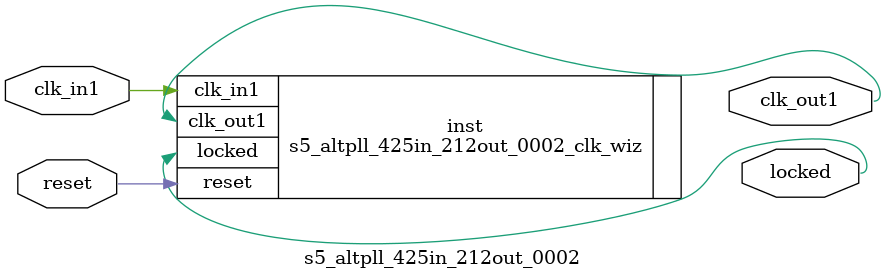
<source format=v>


`timescale 1ps/1ps

(* CORE_GENERATION_INFO = "s5_altpll_425in_212out_0002,clk_wiz_v5_4_2_0,{component_name=s5_altpll_425in_212out_0002,use_phase_alignment=false,use_min_o_jitter=false,use_max_i_jitter=false,use_dyn_phase_shift=false,use_inclk_switchover=false,use_dyn_reconfig=false,enable_axi=0,feedback_source=FDBK_AUTO,PRIMITIVE=PLL,num_out_clk=1,clkin1_period=2.353,clkin2_period=10.0,use_power_down=false,use_reset=true,use_locked=true,use_inclk_stopped=false,feedback_type=SINGLE,CLOCK_MGR_TYPE=NA,manual_override=false}" *)

module s5_altpll_425in_212out_0002 
 (
  // Clock out ports
  output        clk_out1,
  // Status and control signals
  input         reset,
  output        locked,
 // Clock in ports
  input         clk_in1
 );

  s5_altpll_425in_212out_0002_clk_wiz inst
  (
  // Clock out ports  
  .clk_out1(clk_out1),
  // Status and control signals               
  .reset(reset), 
  .locked(locked),
 // Clock in ports
  .clk_in1(clk_in1)
  );

endmodule

</source>
